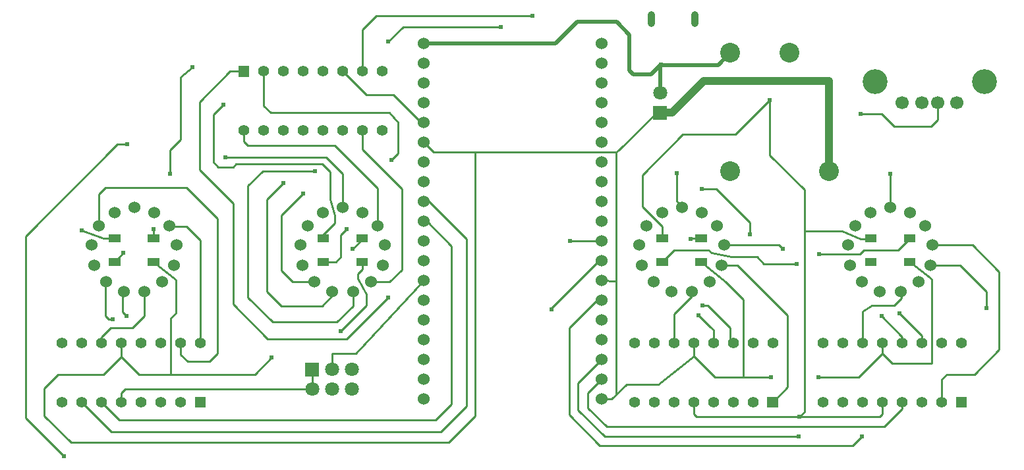
<source format=gtl>
G04 Layer: TopLayer*
G04 EasyEDA v6.5.9, 2022-07-24 14:24:57*
G04 f987cc21297445cdbeb1743f52e6d1e3,55142d4dae0f4ab4aabfa0547b1eedf3,10*
G04 Gerber Generator version 0.2*
G04 Scale: 100 percent, Rotated: No, Reflected: No *
G04 Dimensions in millimeters *
G04 leading zeros omitted , absolute positions ,4 integer and 5 decimal *
%FSLAX45Y45*%
%MOMM*%

%ADD10C,0.2540*%
%ADD11C,1.0000*%
%ADD12C,0.5000*%
%ADD13C,1.8000*%
%ADD14C,1.7000*%
%ADD15C,3.2000*%
%ADD16C,1.5240*%
%ADD17C,1.3970*%
%ADD18C,2.5400*%
%ADD19C,0.6096*%
%ADD20C,0.6200*%
%ADD21C,0.9500*%
%ADD22C,0.0124*%

%LPD*%
D10*
X11696700Y-4165600D02*
G01*
X11988800Y-4457700D01*
X11988800Y-4546600D01*
X11468100Y-4203700D02*
G01*
X11734800Y-4470400D01*
X11734800Y-4546600D01*
X11226800Y-4546600D02*
G01*
X11226800Y-4140200D01*
X11341100Y-4064000D01*
X11633200Y-4064000D01*
X11722100Y-3975100D01*
X11722100Y-3893820D01*
X11714479Y-3886200D01*
X12242800Y-5308600D02*
G01*
X12242800Y-5016500D01*
X12306300Y-4953000D01*
X12661900Y-4953000D01*
X12979400Y-4635500D01*
X12979400Y-3632200D01*
X12636500Y-3289300D01*
X12125959Y-3289300D01*
X12814300Y-4102100D02*
G01*
X12814300Y-3886200D01*
X12476479Y-3548379D01*
X12095479Y-3548379D01*
X9055100Y-4714239D02*
G01*
X9331959Y-4991100D01*
X10045700Y-4991100D01*
X7874000Y-5270500D02*
G01*
X8001000Y-5270500D01*
X8191500Y-5080000D01*
X8597900Y-5080000D01*
X9055100Y-4714239D01*
X9055100Y-4546600D01*
X9055100Y-4572093D02*
G01*
X9055100Y-4699000D01*
X10198100Y-3340100D02*
G01*
X10147300Y-3289300D01*
X9446257Y-3289300D01*
X9156700Y-2565400D02*
G01*
X9347200Y-2565400D01*
X9779000Y-2997200D01*
X9779000Y-3149600D01*
X6985000Y-342900D02*
G01*
X4978400Y-342900D01*
X4800600Y-520700D01*
X4800600Y-1054100D01*
X4546600Y-1054100D02*
G01*
X4851400Y-1358900D01*
X5194300Y-1358900D01*
X5549900Y-1714500D01*
X5588000Y-1714500D01*
X1447800Y-4546600D02*
G01*
X1447800Y-4470400D01*
X1562100Y-4356100D01*
X1841500Y-4356100D01*
X1998979Y-4198620D01*
X1998979Y-3886200D01*
X1503679Y-3764279D02*
G01*
X1498600Y-3769360D01*
X1498600Y-4203700D01*
X1536700Y-4241800D01*
X1587500Y-4241800D01*
X1734820Y-3886200D02*
G01*
X1714500Y-3906520D01*
X1714500Y-4152900D01*
X1765300Y-4203700D01*
X2319020Y-3040379D02*
G01*
X2326640Y-3048000D01*
X2540000Y-3048000D01*
X2717800Y-3225800D01*
X2717800Y-4546600D01*
X3276600Y-1816100D02*
G01*
X3276600Y-1955800D01*
X3327400Y-2006600D01*
X4445000Y-2006600D01*
X4998720Y-2560320D01*
X4998720Y-3040379D01*
X7874000Y-3746500D02*
G01*
X8063738Y-3748531D01*
X8063738Y-3937000D02*
G01*
X8063738Y-5207762D01*
X11214100Y-5753100D02*
G01*
X11099800Y-5867400D01*
X7848600Y-5867400D01*
X7454900Y-5473700D01*
X7454900Y-4356100D01*
X7810500Y-4000500D01*
X7874000Y-4000500D01*
X7874000Y-5016500D02*
G01*
X7696200Y-5194300D01*
X7696200Y-5384800D01*
X7937500Y-5626100D01*
X11506200Y-5626100D01*
X11734800Y-5397500D01*
X11734800Y-5308600D01*
X7874000Y-3492500D02*
G01*
X7835900Y-3492500D01*
X7226300Y-4102100D01*
X7226300Y-4114800D01*
X7874000Y-3238500D02*
G01*
X7467600Y-3238500D01*
X5168900Y-2197100D02*
G01*
X5257800Y-2108200D01*
X5257800Y-1714500D01*
X5143500Y-1587500D01*
X3619500Y-1587500D01*
X3530600Y-1498600D01*
X3530600Y-1054100D01*
X9415779Y-3548379D02*
G01*
X9618979Y-3548379D01*
X10261600Y-4191000D01*
X10261600Y-5118100D01*
X10071100Y-5308600D01*
X7874000Y-4762500D02*
G01*
X7569200Y-5067300D01*
X7569200Y-5410200D01*
X7912100Y-5753100D01*
X10401300Y-5753100D01*
X4038600Y-2628900D02*
G01*
X3759200Y-2908300D01*
X3759200Y-3619500D01*
X3903979Y-3764279D01*
X4183379Y-3764279D01*
X3784600Y-2489200D02*
G01*
X3568700Y-2705100D01*
X3568700Y-3886200D01*
X3759200Y-4076700D01*
X4279900Y-4076700D01*
X4414514Y-3942079D01*
X4414514Y-3886200D01*
X8801100Y-4546600D02*
G01*
X8801100Y-4178300D01*
X9034779Y-3944620D01*
X9034779Y-3886200D01*
X9118600Y-4191000D02*
G01*
X9271000Y-4343400D01*
X9309100Y-4381500D01*
X9309100Y-4546600D01*
X9563100Y-4546600D02*
G01*
X9525000Y-4508500D01*
X9525000Y-4356100D01*
X9232900Y-4064000D01*
X9169400Y-4064000D01*
D11*
X10795000Y-1955800D02*
G01*
X10795000Y-1181100D01*
X10744200Y-1181100D02*
G01*
X10795000Y-1181100D01*
X9040875Y-1322323D02*
G01*
X9182100Y-1181100D01*
X10744200Y-1181100D01*
D10*
X10415076Y-5499100D02*
G01*
X10477500Y-5436676D01*
X10477500Y-2578100D01*
X10033000Y-2133600D01*
X10033000Y-1422400D01*
D12*
X8623300Y-1333500D02*
G01*
X8623300Y-977900D01*
X8636000Y-965200D01*
D10*
X6578600Y-482600D02*
G01*
X5321300Y-482600D01*
X5130800Y-673100D01*
X4800600Y-1816100D02*
G01*
X4800600Y-2057400D01*
X5308600Y-2565400D01*
X5308600Y-3606800D01*
X5151120Y-3764279D01*
X4909820Y-3764279D01*
X1193800Y-5308600D02*
G01*
X1574800Y-5689600D01*
X5803900Y-5689600D01*
X6134100Y-5359400D01*
X6134100Y-3213100D01*
X5651500Y-2730500D01*
X5588000Y-2730500D01*
X4406900Y-4889500D02*
G01*
X4406900Y-4686300D01*
X4711700Y-4686300D01*
X5588000Y-3746500D01*
X4152900Y-5143500D02*
G01*
X4152900Y-4889500D01*
X3632200Y-4737100D02*
G01*
X3416300Y-4953000D01*
X1930400Y-4953000D01*
X1701800Y-4724400D01*
X11582400Y-2374900D02*
G01*
X11582400Y-2804160D01*
X3040176Y-2159000D02*
G01*
X4330700Y-2159000D01*
X4546600Y-2374900D01*
X4546600Y-2804160D01*
X5588000Y-1968500D02*
G01*
X5715000Y-2095500D01*
X8063738Y-2095500D01*
X8063738Y-3937000D01*
X1701800Y-4546600D02*
G01*
X1701800Y-4724400D01*
X1473200Y-4953000D01*
X889000Y-4953000D01*
X711200Y-5130800D01*
X711200Y-5486400D01*
X1054100Y-5829300D01*
X5905500Y-5829300D01*
X6248400Y-5486400D01*
X6248400Y-2095500D01*
X6338061Y-2095500D01*
X11480800Y-5308600D02*
G01*
X11480800Y-5461000D01*
X11442700Y-5499100D01*
X9093200Y-5499100D01*
X9055100Y-5461000D01*
X9055100Y-5308600D01*
X10655300Y-4991100D02*
G01*
X11176000Y-4991100D01*
X11480800Y-4686300D01*
X11480800Y-4546600D01*
X11832336Y-3502913D02*
G01*
X12103100Y-3721100D01*
X12115800Y-3733800D01*
X12115800Y-4813300D01*
X11607800Y-4813300D01*
X11480800Y-4686300D01*
X9152636Y-3502913D02*
G01*
X9461500Y-3759200D01*
X9690100Y-3987800D01*
X9690100Y-4991100D01*
X4796536Y-3502913D02*
G01*
X4796536Y-3598163D01*
X4737100Y-3657600D01*
X4737100Y-3721100D01*
X4851400Y-3924300D01*
X4851400Y-4064000D01*
X4521200Y-4394200D01*
X2116836Y-3502913D02*
G01*
X2400300Y-3733800D01*
X2400300Y-4165600D01*
X2337427Y-4228472D01*
X2337427Y-4953000D01*
X1616913Y-3202812D02*
G01*
X1473200Y-3200400D01*
X1193800Y-3098800D01*
X1414779Y-3040379D02*
G01*
X1414779Y-2636520D01*
X1498600Y-2552700D01*
X2540000Y-2552700D01*
X2933700Y-2946400D01*
X2933700Y-4686300D01*
X2832100Y-4787900D01*
X2552700Y-4787900D01*
X2463800Y-4699000D01*
X2463800Y-4546600D01*
X1447800Y-5308600D02*
G01*
X1676400Y-5537200D01*
X5740400Y-5537200D01*
X5943600Y-5334000D01*
X5943600Y-3302000D01*
X5626100Y-2984500D01*
X5588000Y-2984500D01*
X4796612Y-3202812D02*
G01*
X4796612Y-3217087D01*
X4673600Y-3340100D01*
X1727200Y-3390900D02*
G01*
X1616963Y-3502913D01*
D12*
X8636000Y-965200D02*
G01*
X8509000Y-1092200D01*
X8280400Y-1092200D01*
X8229600Y-1041400D01*
X8229600Y-584200D01*
X8064500Y-419100D01*
X7556500Y-419100D01*
X7277100Y-698500D01*
X5588000Y-698500D01*
D10*
X4296613Y-3502812D02*
G01*
X4460087Y-3502812D01*
X4521200Y-3441700D01*
X4521200Y-3162300D01*
X4597400Y-3086100D01*
X1701800Y-5308600D02*
G01*
X1701800Y-5194300D01*
X1752600Y-5143500D01*
X4152900Y-5143500D01*
X4191000Y-2336800D02*
G01*
X3517900Y-2336800D01*
X3327400Y-2527300D01*
X3327400Y-3962400D01*
X3644900Y-4279900D01*
X4470400Y-4279900D01*
X4678685Y-4071620D01*
X4678685Y-3886200D01*
X5130800Y-3962400D02*
G01*
X4597400Y-4495800D01*
X3581400Y-4495800D01*
X3136900Y-4051300D01*
X3136900Y-2755900D01*
X2705100Y-2324100D01*
X2705100Y-1447800D01*
X3098800Y-1054100D01*
X3276600Y-1054100D01*
X4296663Y-3202686D02*
G01*
X4296663Y-3158236D01*
X4445000Y-3009900D01*
X4445000Y-2908300D01*
X4381500Y-2705100D01*
X4381500Y-2349500D01*
X4279900Y-2247900D01*
X3175000Y-2247900D01*
X3136900Y-2286000D01*
X2946400Y-2286000D01*
X2882900Y-2222500D01*
X2882900Y-1612900D01*
X3009900Y-1485900D01*
X11201400Y-1600200D02*
G01*
X11468100Y-1600200D01*
X11633200Y-1765300D01*
X12103100Y-1765300D01*
X12192000Y-1676400D01*
X12192000Y-1503629D01*
X8652763Y-3202686D02*
G01*
X8648700Y-3048000D01*
X8394700Y-2794000D01*
X8394700Y-2387600D01*
X8915400Y-1866900D01*
X9588500Y-1866900D01*
X10033000Y-1422400D01*
X9017000Y-3213100D02*
G01*
X9027286Y-3202812D01*
X9152712Y-3202812D01*
X8652763Y-3502913D02*
G01*
X8802877Y-3352800D01*
X9245600Y-3352800D01*
X9283700Y-3390900D01*
X9537700Y-3441700D01*
X9867900Y-3441700D01*
X9956800Y-3530600D01*
X10375900Y-3530600D01*
X11332413Y-3202812D02*
G01*
X11201400Y-3213100D01*
X10960100Y-3111500D01*
X10477500Y-3110829D01*
X8623300Y-1587500D02*
G01*
X8585200Y-1587500D01*
X8089900Y-2070100D01*
X8089900Y-2070100D01*
X8063738Y-2095500D01*
X10668000Y-3403600D02*
G01*
X11188700Y-3403600D01*
X11239500Y-3352800D01*
X11682475Y-3352800D01*
X11832336Y-3202686D01*
D11*
X10795000Y-1955800D02*
G01*
X10795000Y-2336800D01*
D12*
X8636000Y-965200D02*
G01*
X8648700Y-977900D01*
X9372600Y-977900D01*
X9521697Y-814831D01*
X9521697Y-814831D01*
D11*
X8623300Y-1587500D02*
G01*
X8775700Y-1587500D01*
X9040875Y-1322323D01*
D10*
X965200Y-6007100D02*
G01*
X469900Y-5511800D01*
X469900Y-3175000D01*
X1651000Y-1993900D01*
X1778000Y-1993900D01*
X8839200Y-2362200D02*
G01*
X8839200Y-2717800D01*
X8902700Y-2804160D01*
X2324100Y-2374900D02*
G01*
X2324100Y-2070100D01*
X2463800Y-1930400D01*
X2463800Y-1130300D01*
X2616200Y-1003300D01*
X2116912Y-3202812D02*
G01*
X2116912Y-3086100D01*
G36*
X1541906Y-3152800D02*
G01*
X1691919Y-3152800D01*
X1691919Y-3252825D01*
X1541906Y-3252825D01*
G37*
G36*
X1541906Y-3452799D02*
G01*
X1691919Y-3452799D01*
X1691919Y-3552799D01*
X1541906Y-3552799D01*
G37*
G36*
X2041906Y-3452799D02*
G01*
X2191918Y-3452799D01*
X2191918Y-3552799D01*
X2041906Y-3552799D01*
G37*
G36*
X2041906Y-3152800D02*
G01*
X2191918Y-3152800D01*
X2191918Y-3252800D01*
X2041906Y-3252800D01*
G37*
G36*
X4221606Y-3152800D02*
G01*
X4371619Y-3152800D01*
X4371619Y-3252825D01*
X4221606Y-3252825D01*
G37*
G36*
X4221606Y-3452799D02*
G01*
X4371619Y-3452799D01*
X4371619Y-3552799D01*
X4221606Y-3552799D01*
G37*
G36*
X4721606Y-3452799D02*
G01*
X4871618Y-3452799D01*
X4871618Y-3552799D01*
X4721606Y-3552799D01*
G37*
G36*
X4721606Y-3152800D02*
G01*
X4871618Y-3152800D01*
X4871618Y-3252800D01*
X4721606Y-3252800D01*
G37*
G36*
X8577706Y-3152800D02*
G01*
X8727719Y-3152800D01*
X8727719Y-3252825D01*
X8577706Y-3252825D01*
G37*
G36*
X8577706Y-3452799D02*
G01*
X8727719Y-3452799D01*
X8727719Y-3552799D01*
X8577706Y-3552799D01*
G37*
G36*
X9077706Y-3452799D02*
G01*
X9227718Y-3452799D01*
X9227718Y-3552799D01*
X9077706Y-3552799D01*
G37*
G36*
X9077706Y-3152800D02*
G01*
X9227718Y-3152800D01*
X9227718Y-3252800D01*
X9077706Y-3252800D01*
G37*
G36*
X11257406Y-3152800D02*
G01*
X11407419Y-3152800D01*
X11407419Y-3252825D01*
X11257406Y-3252825D01*
G37*
G36*
X11257406Y-3452799D02*
G01*
X11407419Y-3452799D01*
X11407419Y-3552799D01*
X11257406Y-3552799D01*
G37*
G36*
X11757406Y-3452799D02*
G01*
X11907418Y-3452799D01*
X11907418Y-3552799D01*
X11757406Y-3552799D01*
G37*
G36*
X11757406Y-3152800D02*
G01*
X11907418Y-3152800D01*
X11907418Y-3252800D01*
X11757406Y-3252800D01*
G37*
D13*
G01*
X4660900Y-5143500D03*
G01*
X4660900Y-4889500D03*
G01*
X4406900Y-5143500D03*
G01*
X4406900Y-4889500D03*
G01*
X4152900Y-5143500D03*
G36*
X4062900Y-4979499D02*
G01*
X4242899Y-4979499D01*
X4242899Y-4799500D01*
X4062900Y-4799500D01*
G37*
G01*
X8623300Y-1333500D03*
G36*
X8713299Y-1677499D02*
G01*
X8713299Y-1497500D01*
X8533300Y-1497500D01*
X8533300Y-1677499D01*
G37*
D14*
G01*
X12438379Y-1459356D03*
G01*
X12188443Y-1459356D03*
G01*
X11988545Y-1459356D03*
G01*
X11738356Y-1459356D03*
D15*
G01*
X11390375Y-1182243D03*
G01*
X12790424Y-1182243D03*
D16*
G01*
X5588000Y-5270500D03*
G01*
X5588000Y-5016500D03*
G01*
X5588000Y-4762500D03*
G01*
X5588000Y-4508500D03*
G01*
X5588000Y-4254500D03*
G01*
X5588000Y-4000500D03*
G01*
X5588000Y-3746500D03*
G01*
X5588000Y-3492500D03*
G01*
X5588000Y-3238500D03*
G01*
X5588000Y-2984500D03*
G01*
X5588000Y-2730500D03*
G01*
X5588000Y-2476500D03*
G01*
X5588000Y-2222500D03*
G01*
X5588000Y-1968500D03*
G01*
X5588000Y-1714500D03*
G01*
X5588000Y-1460500D03*
G01*
X5588000Y-1206500D03*
G01*
X5588000Y-952500D03*
G01*
X5588000Y-698500D03*
G01*
X7874000Y-698500D03*
G01*
X7874000Y-952500D03*
G01*
X7874000Y-1206500D03*
G01*
X7874000Y-1460500D03*
G01*
X7874000Y-1714500D03*
G01*
X7874000Y-1968500D03*
G01*
X7874000Y-2222500D03*
G01*
X7874000Y-2476500D03*
G01*
X7874000Y-2730500D03*
G01*
X7874000Y-2984500D03*
G01*
X7874000Y-3238500D03*
G01*
X7874000Y-3492500D03*
G01*
X7874000Y-3746500D03*
G01*
X7874000Y-4000500D03*
G01*
X7874000Y-4254500D03*
G01*
X7874000Y-4508500D03*
G01*
X7874000Y-4762500D03*
G01*
X7874000Y-5016500D03*
G01*
X7874000Y-5270500D03*
G36*
X2787650Y-5238750D02*
G01*
X2647950Y-5238750D01*
X2647950Y-5378450D01*
X2787650Y-5378450D01*
G37*
D17*
G01*
X2463800Y-5308600D03*
G01*
X2209800Y-5308600D03*
G01*
X1955800Y-5308600D03*
G01*
X1701800Y-5308600D03*
G01*
X1447800Y-5308600D03*
G01*
X1193800Y-5308600D03*
G01*
X939800Y-5308600D03*
G01*
X939800Y-4546600D03*
G01*
X1193800Y-4546600D03*
G01*
X1447800Y-4546600D03*
G01*
X1701800Y-4546600D03*
G01*
X1955800Y-4546600D03*
G01*
X2209800Y-4546600D03*
G01*
X2463800Y-4546600D03*
G01*
X2717800Y-4546600D03*
G36*
X3206750Y-1123950D02*
G01*
X3346450Y-1123950D01*
X3346450Y-984250D01*
X3206750Y-984250D01*
G37*
G01*
X3530600Y-1054100D03*
G01*
X3784600Y-1054100D03*
G01*
X4038600Y-1054100D03*
G01*
X4292600Y-1054100D03*
G01*
X4546600Y-1054100D03*
G01*
X4800600Y-1054100D03*
G01*
X5054600Y-1054100D03*
G01*
X5054600Y-1816100D03*
G01*
X4800600Y-1816100D03*
G01*
X4546600Y-1816100D03*
G01*
X4292600Y-1816100D03*
G01*
X4038600Y-1816100D03*
G01*
X3784600Y-1816100D03*
G01*
X3530600Y-1816100D03*
G01*
X3276600Y-1816100D03*
G36*
X10140950Y-5238750D02*
G01*
X10001250Y-5238750D01*
X10001250Y-5378450D01*
X10140950Y-5378450D01*
G37*
G01*
X9817100Y-5308600D03*
G01*
X9563100Y-5308600D03*
G01*
X9309100Y-5308600D03*
G01*
X9055100Y-5308600D03*
G01*
X8801100Y-5308600D03*
G01*
X8547100Y-5308600D03*
G01*
X8293100Y-5308600D03*
G01*
X8293100Y-4546600D03*
G01*
X8547100Y-4546600D03*
G01*
X8801100Y-4546600D03*
G01*
X9055100Y-4546600D03*
G01*
X9309100Y-4546600D03*
G01*
X9563100Y-4546600D03*
G01*
X9817100Y-4546600D03*
G01*
X10071100Y-4546600D03*
G36*
X12566650Y-5238750D02*
G01*
X12426950Y-5238750D01*
X12426950Y-5378450D01*
X12566650Y-5378450D01*
G37*
G01*
X12242800Y-5308600D03*
G01*
X11988800Y-5308600D03*
G01*
X11734800Y-5308600D03*
G01*
X11480800Y-5308600D03*
G01*
X11226800Y-5308600D03*
G01*
X10972800Y-5308600D03*
G01*
X10718800Y-5308600D03*
G01*
X10718800Y-4546600D03*
G01*
X10972800Y-4546600D03*
G01*
X11226800Y-4546600D03*
G01*
X11480800Y-4546600D03*
G01*
X11734800Y-4546600D03*
G01*
X11988800Y-4546600D03*
G01*
X12242800Y-4546600D03*
G01*
X12496800Y-4546600D03*
D18*
G01*
X9521697Y-2336800D03*
G01*
X9521697Y-814831D03*
G01*
X10287000Y-812800D03*
G01*
X10795000Y-2336800D03*
D16*
G01*
X1866900Y-2804160D03*
G01*
X2120900Y-2867660D03*
G01*
X2319020Y-3040379D03*
G01*
X2410459Y-3289300D03*
G01*
X2379979Y-3548379D03*
G01*
X2230120Y-3764279D03*
G01*
X1998979Y-3886200D03*
G01*
X1734820Y-3886200D03*
G01*
X1503679Y-3764279D03*
G01*
X1353820Y-3548379D03*
G01*
X1323339Y-3286760D03*
G01*
X1414779Y-3040379D03*
G01*
X1612900Y-2867660D03*
G01*
X4546600Y-2804160D03*
G01*
X4800600Y-2867660D03*
G01*
X4998720Y-3040379D03*
G01*
X5090159Y-3289300D03*
G01*
X5059679Y-3548379D03*
G01*
X4909820Y-3764279D03*
G01*
X4678679Y-3886200D03*
G01*
X4414520Y-3886200D03*
G01*
X4183379Y-3764279D03*
G01*
X4033520Y-3548379D03*
G01*
X4003040Y-3286760D03*
G01*
X4094479Y-3040379D03*
G01*
X4292600Y-2867660D03*
G01*
X8902700Y-2804160D03*
G01*
X9156700Y-2867660D03*
G01*
X9354820Y-3040379D03*
G01*
X9446259Y-3289300D03*
G01*
X9415779Y-3548379D03*
G01*
X9265920Y-3764279D03*
G01*
X9034779Y-3886200D03*
G01*
X8770620Y-3886200D03*
G01*
X8539479Y-3764279D03*
G01*
X8389620Y-3548379D03*
G01*
X8359140Y-3286760D03*
G01*
X8450579Y-3040379D03*
G01*
X8648700Y-2867660D03*
G01*
X11582400Y-2804160D03*
G01*
X11836400Y-2867660D03*
G01*
X12034520Y-3040379D03*
G01*
X12125959Y-3289300D03*
G01*
X12095479Y-3548379D03*
G01*
X11945620Y-3764279D03*
G01*
X11714479Y-3886200D03*
G01*
X11450320Y-3886200D03*
G01*
X11219179Y-3764279D03*
G01*
X11069320Y-3548379D03*
G01*
X11038840Y-3286760D03*
G01*
X11130279Y-3040379D03*
G01*
X11328400Y-2867660D03*
D19*
G01*
X8839200Y-2362200D03*
G01*
X3040176Y-2159000D03*
G01*
X1778000Y-1993900D03*
G01*
X11582400Y-2374900D03*
G01*
X10668000Y-3403600D03*
G01*
X10375900Y-3530600D03*
G01*
X10198100Y-3340100D03*
G01*
X9017000Y-3213100D03*
G01*
X3009900Y-1485900D03*
G01*
X4191000Y-2336800D03*
G01*
X4597400Y-3086100D03*
G01*
X1727200Y-3390900D03*
G01*
X4673600Y-3340100D03*
G01*
X2616200Y-1003300D03*
G01*
X1193800Y-3098800D03*
G01*
X4521200Y-4394200D03*
G01*
X11201400Y-1600200D03*
G01*
X5130800Y-673100D03*
G01*
X10795000Y-1181100D03*
G01*
X10655300Y-4991100D03*
G01*
X10045700Y-4991100D03*
G01*
X10033000Y-1422400D03*
G01*
X10415066Y-5499100D03*
G01*
X9156700Y-2565400D03*
G01*
X9779000Y-3149600D03*
G01*
X6985000Y-342900D03*
G01*
X6578600Y-482600D03*
G01*
X1587500Y-4241800D03*
G01*
X1765300Y-4203700D03*
G01*
X11214100Y-5753100D03*
G01*
X7226300Y-4114800D03*
G01*
X7467600Y-3238500D03*
G01*
X10401300Y-5753100D03*
G01*
X5168900Y-2197100D03*
G01*
X5130800Y-3962400D03*
G01*
X4038600Y-2628900D03*
G01*
X3784600Y-2489200D03*
G01*
X9118600Y-4191000D03*
G01*
X9169400Y-4064000D03*
G01*
X12814300Y-4102100D03*
G01*
X8636000Y-965200D03*
D20*
G01*
X3632200Y-4737100D03*
D19*
G01*
X11468100Y-4203700D03*
G01*
X11696700Y-4165600D03*
G01*
X965200Y-6007100D03*
G01*
X2324100Y-2374900D03*
G01*
X2116912Y-3086100D03*
D21*
X8505901Y-435899D02*
G01*
X8505901Y-325899D01*
X9070898Y-435899D02*
G01*
X9070898Y-325899D01*
M02*

</source>
